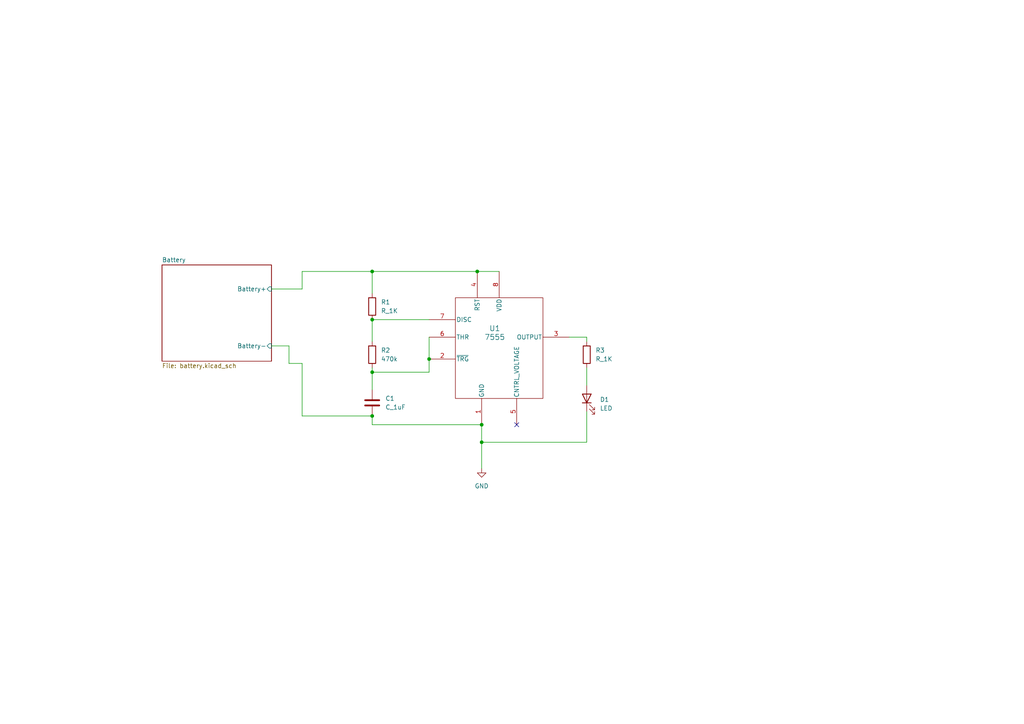
<source format=kicad_sch>
(kicad_sch (version 20230121) (generator eeschema)
  (paper "A4")
  (lib_symbols
    (symbol "Device:LED" (pin_numbers hide) (pin_names (offset 1.016) hide)
      (property "Reference" "D" (at 0 2.54 0))
      (property "Value" "LED" (at 0 -2.54 0))
      (symbol "LED_0_1"
        (polyline (pts (xy -1.27 -1.27) (xy -1.27 1.27)) (stroke (width 0.254)))
        (polyline (pts (xy -1.27 0) (xy 1.27 0)))
        (polyline (pts (xy 1.27 -1.27) (xy 1.27 1.27) (xy -1.27 0) (xy 1.27 -1.27)) (stroke (width 0.254)))
        (polyline (pts (xy -3.048 -0.762) (xy -4.572 -2.286) (xy -3.81 -2.286) (xy -4.572 -2.286) (xy -4.572 -1.524)))
        (polyline (pts (xy -1.778 -0.762) (xy -3.302 -2.286) (xy -2.54 -2.286) (xy -3.302 -2.286) (xy -3.302 -1.524)))
      )
      (symbol "LED_1_1"
        (pin passive line (at -3.81 0 0) (length 2.54) (name "K") (number "1"))
        (pin passive line (at 3.81 0 180) (length 2.54) (name "A") (number "2"))
      )
    )
    (symbol "Device:R" (pin_numbers hide) (pin_names (offset 0))
      (property "Reference" "R" (at 2.032 0 90))
      (property "Value" "R" (at 0 0 90))
      (symbol "R_0_1"
        (rectangle (start -1.016 -2.54) (end 1.016 2.54) (stroke (width 0.254)))
      )
      (symbol "R_1_1"
        (pin passive line (at 0 3.81 270) (length 1.27) (name "~") (number "1"))
        (pin passive line (at 0 -3.81 90) (length 1.27) (name "~") (number "2"))
      )
    )
    (symbol "Onboarding:ICM7555IBAZ" (pin_names (offset 0.254))
      (property "Reference" "U" (at 20.32 -8.89 0))
      (property "Value" "7555" (at 20.32 -11.43 0))
      (symbol "ICM7555IBAZ_0_1"
        (rectangle (start 8.89 5.08) (end 34.29 -24.13))
        (pin power_in line (at 16.51 -31.75 90) (length 7.62) (name "GND") (number "1"))
        (pin output line (at 41.91 -6.35 180) (length 7.62) (name "OUTPUT") (number "3"))
      )
      (symbol "ICM7555IBAZ_1_1"
        (pin input line (at 1.27 -12.7 0) (length 7.62) (name "~{TRG}") (number "2"))
        (pin input line (at 15.24 12.7 270) (length 7.62) (name "RST") (number "4"))
        (pin input line (at 26.67 -31.75 90) (length 7.62) (name "CNTRL_VOLTAGE") (number "5"))
        (pin input line (at 1.27 -6.35 0) (length 7.62) (name "THR") (number "6"))
        (pin input line (at 1.27 -1.27 0) (length 7.62) (name "DISC") (number "7"))
        (pin power_out line (at 21.59 12.7 270) (length 7.62) (name "VDD") (number "8"))
      )
    )
    (symbol "formula:C_1uF" (pin_numbers hide) (pin_names (offset 0.254))
      (property "Reference" "C" (at 0.635 3.81 0))
      (property "Value" "C_1uF" (at 0.635 -1.27 0))
      (symbol "C_1uF_0_1"
        (polyline (pts (xy -2.032 0.508) (xy 2.032 0.508)) (stroke (width 0.508)))
        (polyline (pts (xy -2.032 2.032) (xy 2.032 2.032)) (stroke (width 0.508)))
      )
      (symbol "C_1uF_1_1"
        (pin passive line (at 0 5.08 270) (length 2.794) (name "~") (number "1"))
        (pin passive line (at 0 -2.54 90) (length 2.794) (name "~") (number "2"))
      )
    )
    (symbol "formula:R_1K" (pin_numbers hide) (pin_names (offset 0))
      (property "Reference" "R" (at 2.032 0 90))
      (property "Value" "R_1K" (at -2.54 0 90))
      (symbol "R_1K_0_1"
        (rectangle (start -1.016 -2.54) (end 1.016 2.54) (stroke (width 0.254)))
      )
      (symbol "R_1K_1_1"
        (pin passive line (at 0 3.81 270) (length 1.27) (name "~") (number "1"))
        (pin passive line (at 0 -3.81 90) (length 1.27) (name "~") (number "2"))
      )
    )
    (symbol "power:GND" (power) (pin_names (offset 0))
      (property "Value" "GND" (at 0 -3.81 0))
      (symbol "GND_0_1"
        (polyline (pts (xy 0 0) (xy 0 -1.27) (xy 1.27 -1.27) (xy 0 -2.54) (xy -1.27 -1.27) (xy 0 -1.27)))
      )
      (symbol "GND_1_1"
        (pin power_in line (at 0 0 270) (length 0) hide (name "GND") (number "1"))
      )
    )
  )
  (junction (at 107.95 107.95))
  (junction (at 107.95 120.65))
  (junction (at 107.95 78.74))
  (junction (at 139.7 123.19))
  (junction (at 124.46 104.14))
  (junction (at 107.95 92.71))
  (junction (at 138.43 78.74))
  (junction (at 139.7 128.27))
  (no_connect (at 149.86 123.19))
  (wire (pts (xy 87.63 78.74) (xy 107.95 78.74)))
  (wire (pts (xy 107.95 120.65) (xy 107.95 123.19)))
  (wire (pts (xy 170.18 128.27) (xy 170.18 119.38)))
  (wire (pts (xy 78.74 83.82) (xy 87.63 83.82)))
  (wire (pts (xy 107.95 113.03) (xy 107.95 107.95)))
  (wire (pts (xy 138.43 78.74) (xy 144.78 78.74)))
  (wire (pts (xy 87.63 120.65) (xy 107.95 120.65)))
  (wire (pts (xy 78.74 100.33) (xy 83.82 100.33)))
  (wire (pts (xy 139.7 128.27) (xy 170.18 128.27)))
  (wire (pts (xy 87.63 105.41) (xy 87.63 120.65)))
  (wire (pts (xy 107.95 78.74) (xy 107.95 85.09)))
  (wire (pts (xy 170.18 106.68) (xy 170.18 111.76)))
  (wire (pts (xy 107.95 106.68) (xy 107.95 107.95)))
  (wire (pts (xy 139.7 123.19) (xy 139.7 128.27)))
  (wire (pts (xy 107.95 92.71) (xy 124.46 92.71)))
  (wire (pts (xy 124.46 97.79) (xy 124.46 104.14)))
  (wire (pts (xy 124.46 107.95) (xy 124.46 104.14)))
  (wire (pts (xy 139.7 128.27) (xy 139.7 135.89)))
  (wire (pts (xy 83.82 105.41) (xy 87.63 105.41)))
  (wire (pts (xy 170.18 97.79) (xy 165.1 97.79)))
  (wire (pts (xy 107.95 78.74) (xy 138.43 78.74)))
  (wire (pts (xy 107.95 107.95) (xy 124.46 107.95)))
  (wire (pts (xy 83.82 100.33) (xy 83.82 105.41)))
  (wire (pts (xy 170.18 99.06) (xy 170.18 97.79)))
  (wire (pts (xy 107.95 123.19) (xy 139.7 123.19)))
  (wire (pts (xy 87.63 78.74) (xy 87.63 83.82)))
  (wire (pts (xy 107.95 92.71) (xy 107.95 99.06)))
  (symbol (lib_id "formula:C_1uF") (at 107.95 118.11 0) (unit 1)
    (property "Reference" "C1" (at 111.76 115.57 0) (effects (justify left)))
    (property "Value" "C_1uF" (at 111.76 118.11 0) (effects (justify left)))
    (property "Footprint" "footprints:C_0805_OEM" (effects hide))
    (property "Datasheet" "https://media.digikey.com/pdf/Data%20Sheets/Samsung%20PDFs/CL21B105KBFNNNG_Spec.pdf" (effects hide))
    (property "PurchasingLink" "https://www.digikey.com/en/products/detail/samsung-electro-mechanics/CL21B105KBFNNNG/3894467" (effects hide))
    (property "MFN" "DK" (effects hide))
    (property "MPN" "1276-6470-1-ND" (effects hide))
  )
  (symbol (lib_id "Device:R") (at 107.95 102.87 0) (unit 1)
    (property "Reference" "R2" (at 110.49 101.6 0) (effects (justify left)))
    (property "Value" "470k" (at 110.49 104.14 0) (effects (justify left)))
    (property "Footprint" "footprints:R_0805_OEM" (effects hide))
  )
  (symbol (lib_id "formula:R_1K") (at 170.18 102.87 0) (unit 1)
    (property "Reference" "R3" (at 172.72 101.6 0) (effects (justify left)))
    (property "Value" "R_1K" (at 172.72 104.14 0) (effects (justify left)))
    (property "Footprint" "footprints:R_0805_OEM" (effects hide))
    (property "Datasheet" "https://www.seielect.com/Catalog/SEI-rncp.pdf" (effects hide))
    (property "MFN" "DK" (effects hide))
    (property "MPN" "RNCP0805FTD1K00CT-ND" (effects hide))
    (property "PurchasingLink" "https://www.digikey.com/products/en?keywords=RNCP0805FTD1K00CT-ND" (effects hide))
  )
  (symbol (lib_id "Onboarding:ICM7555IBAZ") (at 123.19 91.44 0) (unit 1)
    (property "Reference" "U1" (at 143.51 95.25 0) (effects (font (size 1.524 1.524))))
    (property "Value" "7555" (at 143.51 97.79 0) (effects (font (size 1.524 1.524))))
    (property "Footprint" "footprints:7555" (effects hide))
    (property "Datasheet" "ICM7555IBAZ" (effects hide))
  )
  (symbol (lib_id "formula:R_1K") (at 107.95 88.9 0) (unit 1)
    (property "Reference" "R1" (at 110.49 87.63 0) (effects (justify left)))
    (property "Value" "R_1K" (at 110.49 90.17 0) (effects (justify left)))
    (property "Footprint" "footprints:R_0805_OEM" (effects hide))
    (property "Datasheet" "https://www.seielect.com/Catalog/SEI-rncp.pdf" (effects hide))
    (property "MFN" "DK" (effects hide))
    (property "MPN" "RNCP0805FTD1K00CT-ND" (effects hide))
    (property "PurchasingLink" "https://www.digikey.com/products/en?keywords=RNCP0805FTD1K00CT-ND" (effects hide))
  )
  (symbol (lib_id "power:GND") (at 139.7 135.89 0) (unit 1)
    (property "Reference" "#PWR01" (effects hide))
    (property "Value" "GND" (at 139.7 140.97 0))
  )
  (symbol (lib_id "Device:LED") (at 170.18 115.57 90) (unit 1)
    (property "Reference" "D1" (at 173.99 115.8875 90) (effects (justify right)))
    (property "Value" "LED" (at 173.99 118.4275 90) (effects (justify right)))
    (property "Footprint" "footprints:LED_0805_OEM" (effects hide))
  )
  (sheet (at 46.99 76.835) (size 31.75 27.94) (stroke (width 0.1524))
    (property "Sheetname" "Battery" (at 46.99 76.1234 0) (effects (justify left bottom)))
    (property "Sheetfile" "battery.kicad_sch" (at 46.99 105.3596 0) (effects (justify left top)))
    (pin "Battery+" input (at 78.74 83.82 0))
    (pin "Battery-" input (at 78.74 100.33 0))
  )
)
</source>
